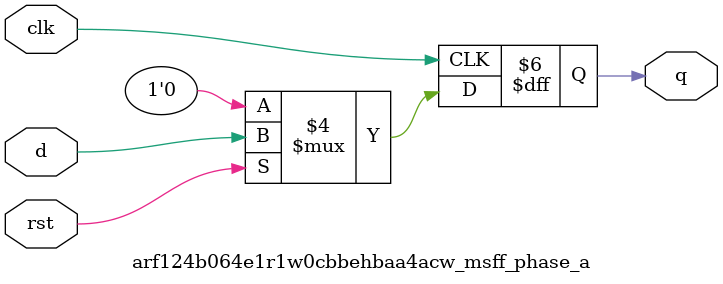
<source format=sv>
`ifndef ARF124B064E1R1W0CBBEHBAA4ACW_MSFF_PHASE_A_SV
`define ARF124B064E1R1W0CBBEHBAA4ACW_MSFF_PHASE_A_SV

module arf124b064e1r1w0cbbehbaa4acw_msff_phase_a #
(
  parameter DWIDTH = 1
)
(
  input  logic [DWIDTH-1:0] d,
  input  logic clk,
  input  logic rst,
  output logic [DWIDTH-1:0] q
);

always_ff @ (posedge clk) begin
  if (~rst) begin
    q <= '0;
  end
  else begin
    q <= d;
  end
end

endmodule // arf124b064e1r1w0cbbehbaa4acw_msff_phase_a

`endif // ARF124B064E1R1W0CBBEHBAA4ACW_MSFF_PHASE_A_SV
</source>
